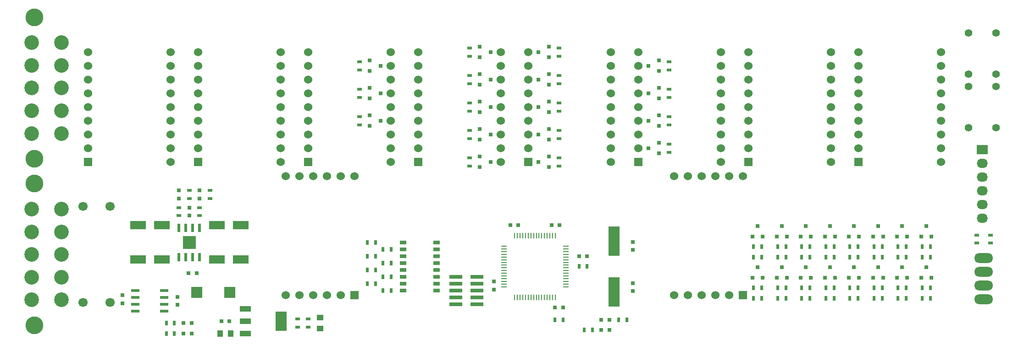
<source format=gts>
G04 #@! TF.FileFunction,Soldermask,Top*
%FSLAX46Y46*%
G04 Gerber Fmt 4.6, Leading zero omitted, Abs format (unit mm)*
G04 Created by KiCad (PCBNEW 4.0.0-rc1-stable) date 10/14/2015 11:53:49 PM*
%MOMM*%
G01*
G04 APERTURE LIST*
%ADD10C,0.100000*%
%ADD11R,1.250000X0.760000*%
%ADD12R,0.750000X0.800000*%
%ADD13R,0.800000X0.750000*%
%ADD14R,1.000000X1.250000*%
%ADD15R,0.797560X0.797560*%
%ADD16C,1.700000*%
%ADD17O,3.500120X1.800860*%
%ADD18C,2.700000*%
%ADD19C,3.300000*%
%ADD20R,2.400000X0.760000*%
%ADD21R,0.500000X0.900000*%
%ADD22R,0.900000X0.500000*%
%ADD23R,2.032000X1.727200*%
%ADD24O,2.032000X1.727200*%
%ADD25R,1.000000X0.250000*%
%ADD26R,0.250000X1.000000*%
%ADD27R,2.032000X3.657600*%
%ADD28R,2.032000X1.016000*%
%ADD29R,1.998980X5.499100*%
%ADD30C,1.397000*%
%ADD31R,2.999740X1.600200*%
%ADD32R,1.250000X1.000000*%
%ADD33R,1.550000X0.600000*%
%ADD34R,0.600000X1.550000*%
%ADD35R,1.175000X1.175000*%
%ADD36R,0.800100X0.800100*%
%ADD37R,1.998980X1.998980*%
%ADD38R,1.524000X1.524000*%
%ADD39C,1.524000*%
G04 APERTURE END LIST*
D10*
D11*
X137377500Y-123825000D03*
X137377500Y-125095000D03*
X137377500Y-126365000D03*
X137377500Y-127635000D03*
X137377500Y-128905000D03*
X137377500Y-130175000D03*
X137377500Y-131445000D03*
X137377500Y-132715000D03*
X131227500Y-123825000D03*
X131227500Y-125095000D03*
X131227500Y-126365000D03*
X131227500Y-127635000D03*
X131227500Y-128905000D03*
X131227500Y-130175000D03*
X131227500Y-131445000D03*
X131227500Y-132715000D03*
D12*
X173672500Y-123710000D03*
X173672500Y-125210000D03*
X89535000Y-133870000D03*
X89535000Y-135370000D03*
D13*
X158635000Y-120650000D03*
X160135000Y-120650000D03*
X160770000Y-135890000D03*
X159270000Y-135890000D03*
D12*
X147955000Y-132512500D03*
X147955000Y-131012500D03*
D13*
X151015000Y-120650000D03*
X152515000Y-120650000D03*
X165215000Y-126365000D03*
X163715000Y-126365000D03*
D14*
X99425000Y-140652500D03*
X97425000Y-140652500D03*
D15*
X90690700Y-138747500D03*
X92189300Y-138747500D03*
X90690700Y-140652500D03*
X92189300Y-140652500D03*
X167843200Y-140017500D03*
X169341800Y-140017500D03*
D16*
X77112500Y-117147500D03*
X72112500Y-117147500D03*
X72112500Y-134947500D03*
X77112500Y-134947500D03*
D15*
X167843200Y-138112500D03*
X169341800Y-138112500D03*
D17*
X238442500Y-134302500D03*
X238442500Y-131762500D03*
X238442500Y-129222500D03*
X238442500Y-126682500D03*
D18*
X68155000Y-95250000D03*
X62655000Y-95250000D03*
X68155000Y-99450000D03*
X62655000Y-99450000D03*
X68155000Y-103650000D03*
X62655000Y-103650000D03*
X62655000Y-91050000D03*
X68155000Y-91050000D03*
X62655000Y-86850000D03*
X68155000Y-86850000D03*
D19*
X63115000Y-108350000D03*
X63115000Y-82150000D03*
D18*
X68155000Y-126047500D03*
X62655000Y-126047500D03*
X68155000Y-130247500D03*
X62655000Y-130247500D03*
X68155000Y-134447500D03*
X62655000Y-134447500D03*
X62655000Y-121847500D03*
X68155000Y-121847500D03*
X62655000Y-117647500D03*
X68155000Y-117647500D03*
D19*
X63115000Y-139147500D03*
X63115000Y-112947500D03*
D20*
X144825000Y-135255000D03*
X140925000Y-135255000D03*
X144825000Y-133985000D03*
X140925000Y-133985000D03*
X140925000Y-130175000D03*
X144825000Y-130175000D03*
X140925000Y-131445000D03*
X144825000Y-131445000D03*
X140925000Y-132715000D03*
X144825000Y-132715000D03*
D21*
X165215000Y-128270000D03*
X163715000Y-128270000D03*
X129020000Y-132715000D03*
X127520000Y-132715000D03*
X126162500Y-131445000D03*
X124662500Y-131445000D03*
X160770000Y-138112500D03*
X159270000Y-138112500D03*
X129020000Y-130175000D03*
X127520000Y-130175000D03*
D22*
X239712500Y-122440000D03*
X239712500Y-123940000D03*
D21*
X126162500Y-128905000D03*
X124662500Y-128905000D03*
D22*
X237172500Y-122440000D03*
X237172500Y-123940000D03*
D21*
X129020000Y-127635000D03*
X127520000Y-127635000D03*
X126162500Y-126365000D03*
X124662500Y-126365000D03*
X129020000Y-125095000D03*
X127520000Y-125095000D03*
X126162500Y-123825000D03*
X124662500Y-123825000D03*
X171017500Y-138112500D03*
X172517500Y-138112500D03*
D22*
X111760000Y-137997500D03*
X111760000Y-139497500D03*
X113665000Y-137997500D03*
X113665000Y-139497500D03*
X91757500Y-114185000D03*
X91757500Y-115685000D03*
X95567500Y-114185000D03*
X95567500Y-115685000D03*
X93662500Y-118860000D03*
X93662500Y-117360000D03*
X89852500Y-118860000D03*
X89852500Y-117360000D03*
D21*
X87515000Y-138747500D03*
X89015000Y-138747500D03*
X87515000Y-140652500D03*
X89015000Y-140652500D03*
X164667500Y-140017500D03*
X166167500Y-140017500D03*
X227056250Y-134143750D03*
X228556250Y-134143750D03*
X209276250Y-134143750D03*
X210776250Y-134143750D03*
X227056250Y-132238750D03*
X228556250Y-132238750D03*
X209276250Y-132238750D03*
X210776250Y-132238750D03*
X228556250Y-124618750D03*
X227056250Y-124618750D03*
X227056250Y-126523750D03*
X228556250Y-126523750D03*
X210776250Y-124618750D03*
X209276250Y-124618750D03*
X209276250Y-126523750D03*
X210776250Y-126523750D03*
X222611250Y-134143750D03*
X224111250Y-134143750D03*
X204831250Y-134143750D03*
X206331250Y-134143750D03*
X222611250Y-132238750D03*
X224111250Y-132238750D03*
X204831250Y-132238750D03*
X206331250Y-132238750D03*
X224111250Y-124618750D03*
X222611250Y-124618750D03*
X222611250Y-126523750D03*
X224111250Y-126523750D03*
X206331250Y-124618750D03*
X204831250Y-124618750D03*
X204831250Y-126523750D03*
X206331250Y-126523750D03*
X218166250Y-134143750D03*
X219666250Y-134143750D03*
X200386250Y-134143750D03*
X201886250Y-134143750D03*
X218166250Y-132238750D03*
X219666250Y-132238750D03*
X200386250Y-132238750D03*
X201886250Y-132238750D03*
X219666250Y-124618750D03*
X218166250Y-124618750D03*
X218166250Y-126523750D03*
X219666250Y-126523750D03*
X201886250Y-124618750D03*
X200386250Y-124618750D03*
X200386250Y-126523750D03*
X201886250Y-126523750D03*
X213721250Y-134143750D03*
X215221250Y-134143750D03*
X195941250Y-134143750D03*
X197441250Y-134143750D03*
X213721250Y-132238750D03*
X215221250Y-132238750D03*
X195941250Y-132238750D03*
X197441250Y-132238750D03*
X215221250Y-124618750D03*
X213721250Y-124618750D03*
X213721250Y-126523750D03*
X215221250Y-126523750D03*
X197441250Y-124618750D03*
X195941250Y-124618750D03*
X195941250Y-126523750D03*
X197441250Y-126523750D03*
D22*
X180340000Y-105612500D03*
X180340000Y-107112500D03*
X160020000Y-108152500D03*
X160020000Y-109652500D03*
X123190000Y-102032500D03*
X123190000Y-100532500D03*
X123190000Y-96952500D03*
X123190000Y-95452500D03*
X123190000Y-91872500D03*
X123190000Y-90372500D03*
X143510000Y-89332500D03*
X143510000Y-87832500D03*
X160020000Y-97992500D03*
X160020000Y-99492500D03*
X160020000Y-103072500D03*
X160020000Y-104572500D03*
X143510000Y-99492500D03*
X143510000Y-97992500D03*
X143510000Y-104572500D03*
X143510000Y-103072500D03*
X180340000Y-100532500D03*
X180340000Y-102032500D03*
X180340000Y-95452500D03*
X180340000Y-96952500D03*
X143510000Y-109652500D03*
X143510000Y-108152500D03*
X160020000Y-87832500D03*
X160020000Y-89332500D03*
X160020000Y-92912500D03*
X160020000Y-94412500D03*
X180340000Y-90372500D03*
X180340000Y-91872500D03*
X143510000Y-94412500D03*
X143510000Y-92912500D03*
D23*
X238125000Y-106680000D03*
D24*
X238125000Y-109220000D03*
X238125000Y-111760000D03*
X238125000Y-114300000D03*
X238125000Y-116840000D03*
X238125000Y-119380000D03*
D25*
X161275000Y-132020000D03*
X161275000Y-131520000D03*
X161275000Y-131020000D03*
X161275000Y-130520000D03*
X161275000Y-130020000D03*
X161275000Y-129520000D03*
X161275000Y-129020000D03*
X161275000Y-128520000D03*
X161275000Y-128020000D03*
X161275000Y-127520000D03*
X161275000Y-127020000D03*
X161275000Y-126520000D03*
X161275000Y-126020000D03*
X161275000Y-125520000D03*
X161275000Y-125020000D03*
X161275000Y-124520000D03*
D26*
X159325000Y-122570000D03*
X158825000Y-122570000D03*
X158325000Y-122570000D03*
X157825000Y-122570000D03*
X157325000Y-122570000D03*
X156825000Y-122570000D03*
X156325000Y-122570000D03*
X155825000Y-122570000D03*
X155325000Y-122570000D03*
X154825000Y-122570000D03*
X154325000Y-122570000D03*
X153825000Y-122570000D03*
X153325000Y-122570000D03*
X152825000Y-122570000D03*
X152325000Y-122570000D03*
X151825000Y-122570000D03*
D25*
X149875000Y-124520000D03*
X149875000Y-125020000D03*
X149875000Y-125520000D03*
X149875000Y-126020000D03*
X149875000Y-126520000D03*
X149875000Y-127020000D03*
X149875000Y-127520000D03*
X149875000Y-128020000D03*
X149875000Y-128520000D03*
X149875000Y-129020000D03*
X149875000Y-129520000D03*
X149875000Y-130020000D03*
X149875000Y-130520000D03*
X149875000Y-131020000D03*
X149875000Y-131520000D03*
X149875000Y-132020000D03*
D26*
X151825000Y-133970000D03*
X152325000Y-133970000D03*
X152825000Y-133970000D03*
X153325000Y-133970000D03*
X153825000Y-133970000D03*
X154325000Y-133970000D03*
X154825000Y-133970000D03*
X155325000Y-133970000D03*
X155825000Y-133970000D03*
X156325000Y-133970000D03*
X156825000Y-133970000D03*
X157325000Y-133970000D03*
X157825000Y-133970000D03*
X158325000Y-133970000D03*
X158825000Y-133970000D03*
X159325000Y-133970000D03*
D27*
X108712000Y-138430000D03*
D28*
X102108000Y-138430000D03*
X102108000Y-140716000D03*
X102108000Y-136144000D03*
D29*
X170180000Y-132969000D03*
X170180000Y-123571000D03*
D30*
X235585000Y-85090000D03*
X240665000Y-85090000D03*
X235585000Y-92710000D03*
X240665000Y-92710000D03*
X235585000Y-94932500D03*
X240665000Y-94932500D03*
X235585000Y-102552500D03*
X240665000Y-102552500D03*
D12*
X173672500Y-132830000D03*
X173672500Y-131330000D03*
X79375000Y-133552500D03*
X79375000Y-135052500D03*
D31*
X86654640Y-120650000D03*
X82255360Y-120650000D03*
X86654640Y-127000000D03*
X82255360Y-127000000D03*
D32*
X115887500Y-137747500D03*
X115887500Y-139747500D03*
D12*
X89852500Y-115685000D03*
X89852500Y-114185000D03*
X93662500Y-115685000D03*
X93662500Y-114185000D03*
X91757500Y-118860000D03*
X91757500Y-117360000D03*
D13*
X93142500Y-129540000D03*
X91642500Y-129540000D03*
D31*
X101259640Y-120650000D03*
X96860360Y-120650000D03*
X101259640Y-127000000D03*
X96860360Y-127000000D03*
D13*
X99175000Y-138430000D03*
X97675000Y-138430000D03*
D33*
X87155000Y-136525000D03*
X87155000Y-135255000D03*
X87155000Y-133985000D03*
X87155000Y-132715000D03*
X81755000Y-132715000D03*
X81755000Y-133985000D03*
X81755000Y-135255000D03*
X81755000Y-136525000D03*
D34*
X89852500Y-126525000D03*
X91122500Y-126525000D03*
X92392500Y-126525000D03*
X93662500Y-126525000D03*
X93662500Y-121125000D03*
X92392500Y-121125000D03*
X91122500Y-121125000D03*
X89852500Y-121125000D03*
D35*
X92345000Y-123237500D03*
X91170000Y-123237500D03*
X92345000Y-124412500D03*
X91170000Y-124412500D03*
D36*
X226856250Y-130382010D03*
X228756250Y-130382010D03*
X227806250Y-128383030D03*
X209076250Y-130382010D03*
X210976250Y-130382010D03*
X210026250Y-128383030D03*
X226856250Y-122762010D03*
X228756250Y-122762010D03*
X227806250Y-120763030D03*
X209076250Y-122762010D03*
X210976250Y-122762010D03*
X210026250Y-120763030D03*
X222411250Y-130382010D03*
X224311250Y-130382010D03*
X223361250Y-128383030D03*
X204631250Y-130382010D03*
X206531250Y-130382010D03*
X205581250Y-128383030D03*
X222411250Y-122762010D03*
X224311250Y-122762010D03*
X223361250Y-120763030D03*
X204631250Y-122762010D03*
X206531250Y-122762010D03*
X205581250Y-120763030D03*
X217966250Y-130382010D03*
X219866250Y-130382010D03*
X218916250Y-128383030D03*
X200186250Y-130382010D03*
X202086250Y-130382010D03*
X201136250Y-128383030D03*
X217966250Y-122762010D03*
X219866250Y-122762010D03*
X218916250Y-120763030D03*
X200186250Y-122762010D03*
X202086250Y-122762010D03*
X201136250Y-120763030D03*
X213521250Y-130382010D03*
X215421250Y-130382010D03*
X214471250Y-128383030D03*
X195741250Y-130382010D03*
X197641250Y-130382010D03*
X196691250Y-128383030D03*
X213521250Y-122762010D03*
X215421250Y-122762010D03*
X214471250Y-120763030D03*
X195741250Y-122762010D03*
X197641250Y-122762010D03*
X196691250Y-120763030D03*
X178483260Y-107312500D03*
X178483260Y-105412500D03*
X176484280Y-106362500D03*
X158163260Y-109852500D03*
X158163260Y-107952500D03*
X156164280Y-108902500D03*
X125046740Y-100332500D03*
X125046740Y-102232500D03*
X127045720Y-101282500D03*
X125046740Y-95252500D03*
X125046740Y-97152500D03*
X127045720Y-96202500D03*
X125046740Y-90172500D03*
X125046740Y-92072500D03*
X127045720Y-91122500D03*
X145366740Y-87632500D03*
X145366740Y-89532500D03*
X147365720Y-88582500D03*
X158163260Y-99692500D03*
X158163260Y-97792500D03*
X156164280Y-98742500D03*
X158163260Y-104772500D03*
X158163260Y-102872500D03*
X156164280Y-103822500D03*
X145366740Y-97792500D03*
X145366740Y-99692500D03*
X147365720Y-98742500D03*
X145366740Y-102872500D03*
X145366740Y-104772500D03*
X147365720Y-103822500D03*
X178483260Y-102232500D03*
X178483260Y-100332500D03*
X176484280Y-101282500D03*
X178483260Y-97152500D03*
X178483260Y-95252500D03*
X176484280Y-96202500D03*
X145366740Y-107952500D03*
X145366740Y-109852500D03*
X147365720Y-108902500D03*
X158163260Y-89532500D03*
X158163260Y-87632500D03*
X156164280Y-88582500D03*
X158163260Y-94612500D03*
X158163260Y-92712500D03*
X156164280Y-93662500D03*
X178483260Y-92072500D03*
X178483260Y-90172500D03*
X176484280Y-91122500D03*
X145366740Y-92712500D03*
X145366740Y-94612500D03*
X147365720Y-93662500D03*
D37*
X93154500Y-133032500D03*
X99250500Y-133032500D03*
D38*
X122237500Y-133555000D03*
D39*
X119697500Y-133555000D03*
X117157500Y-133555000D03*
X114617500Y-133555000D03*
X112077500Y-133555000D03*
X109537500Y-133555000D03*
X109537500Y-111555000D03*
X112077500Y-111555000D03*
X114617500Y-111555000D03*
X117157500Y-111555000D03*
X119697500Y-111555000D03*
X122237500Y-111555000D03*
D38*
X193992500Y-133555000D03*
D39*
X191452500Y-133555000D03*
X188912500Y-133555000D03*
X186372500Y-133555000D03*
X183832500Y-133555000D03*
X181292500Y-133555000D03*
X181292500Y-111555000D03*
X183832500Y-111555000D03*
X186372500Y-111555000D03*
X188912500Y-111555000D03*
X191452500Y-111555000D03*
X193992500Y-111555000D03*
X215265000Y-103822500D03*
X215265000Y-101282500D03*
X215265000Y-98742500D03*
X215265000Y-96202500D03*
X215265000Y-93662500D03*
X215265000Y-91122500D03*
X215265000Y-88582500D03*
X230505000Y-88582500D03*
X230505000Y-91122500D03*
X230505000Y-93662500D03*
X230505000Y-96202500D03*
X230505000Y-98742500D03*
X230505000Y-101282500D03*
X230505000Y-103822500D03*
X215265000Y-106362500D03*
D38*
X215265000Y-108902500D03*
D39*
X230505000Y-106362500D03*
X230505000Y-108902500D03*
X194945000Y-103822500D03*
X194945000Y-101282500D03*
X194945000Y-98742500D03*
X194945000Y-96202500D03*
X194945000Y-93662500D03*
X194945000Y-91122500D03*
X194945000Y-88582500D03*
X210185000Y-88582500D03*
X210185000Y-91122500D03*
X210185000Y-93662500D03*
X210185000Y-96202500D03*
X210185000Y-98742500D03*
X210185000Y-101282500D03*
X210185000Y-103822500D03*
X194945000Y-106362500D03*
D38*
X194945000Y-108902500D03*
D39*
X210185000Y-106362500D03*
X210185000Y-108902500D03*
X174625000Y-103822500D03*
X174625000Y-101282500D03*
X174625000Y-98742500D03*
X174625000Y-96202500D03*
X174625000Y-93662500D03*
X174625000Y-91122500D03*
X174625000Y-88582500D03*
X189865000Y-88582500D03*
X189865000Y-91122500D03*
X189865000Y-93662500D03*
X189865000Y-96202500D03*
X189865000Y-98742500D03*
X189865000Y-101282500D03*
X189865000Y-103822500D03*
X174625000Y-106362500D03*
D38*
X174625000Y-108902500D03*
D39*
X189865000Y-106362500D03*
X189865000Y-108902500D03*
X154305000Y-103822500D03*
X154305000Y-101282500D03*
X154305000Y-98742500D03*
X154305000Y-96202500D03*
X154305000Y-93662500D03*
X154305000Y-91122500D03*
X154305000Y-88582500D03*
X169545000Y-88582500D03*
X169545000Y-91122500D03*
X169545000Y-93662500D03*
X169545000Y-96202500D03*
X169545000Y-98742500D03*
X169545000Y-101282500D03*
X169545000Y-103822500D03*
X154305000Y-106362500D03*
D38*
X154305000Y-108902500D03*
D39*
X169545000Y-106362500D03*
X169545000Y-108902500D03*
X133985000Y-103822500D03*
X133985000Y-101282500D03*
X133985000Y-98742500D03*
X133985000Y-96202500D03*
X133985000Y-93662500D03*
X133985000Y-91122500D03*
X133985000Y-88582500D03*
X149225000Y-88582500D03*
X149225000Y-91122500D03*
X149225000Y-93662500D03*
X149225000Y-96202500D03*
X149225000Y-98742500D03*
X149225000Y-101282500D03*
X149225000Y-103822500D03*
X133985000Y-106362500D03*
D38*
X133985000Y-108902500D03*
D39*
X149225000Y-106362500D03*
X149225000Y-108902500D03*
X113665000Y-103822500D03*
X113665000Y-101282500D03*
X113665000Y-98742500D03*
X113665000Y-96202500D03*
X113665000Y-93662500D03*
X113665000Y-91122500D03*
X113665000Y-88582500D03*
X128905000Y-88582500D03*
X128905000Y-91122500D03*
X128905000Y-93662500D03*
X128905000Y-96202500D03*
X128905000Y-98742500D03*
X128905000Y-101282500D03*
X128905000Y-103822500D03*
X113665000Y-106362500D03*
D38*
X113665000Y-108902500D03*
D39*
X128905000Y-106362500D03*
X128905000Y-108902500D03*
X93345000Y-103822500D03*
X93345000Y-101282500D03*
X93345000Y-98742500D03*
X93345000Y-96202500D03*
X93345000Y-93662500D03*
X93345000Y-91122500D03*
X93345000Y-88582500D03*
X108585000Y-88582500D03*
X108585000Y-91122500D03*
X108585000Y-93662500D03*
X108585000Y-96202500D03*
X108585000Y-98742500D03*
X108585000Y-101282500D03*
X108585000Y-103822500D03*
X93345000Y-106362500D03*
D38*
X93345000Y-108902500D03*
D39*
X108585000Y-106362500D03*
X108585000Y-108902500D03*
X73025000Y-103822500D03*
X73025000Y-101282500D03*
X73025000Y-98742500D03*
X73025000Y-96202500D03*
X73025000Y-93662500D03*
X73025000Y-91122500D03*
X73025000Y-88582500D03*
X88265000Y-88582500D03*
X88265000Y-91122500D03*
X88265000Y-93662500D03*
X88265000Y-96202500D03*
X88265000Y-98742500D03*
X88265000Y-101282500D03*
X88265000Y-103822500D03*
X73025000Y-106362500D03*
D38*
X73025000Y-108902500D03*
D39*
X88265000Y-106362500D03*
X88265000Y-108902500D03*
M02*

</source>
